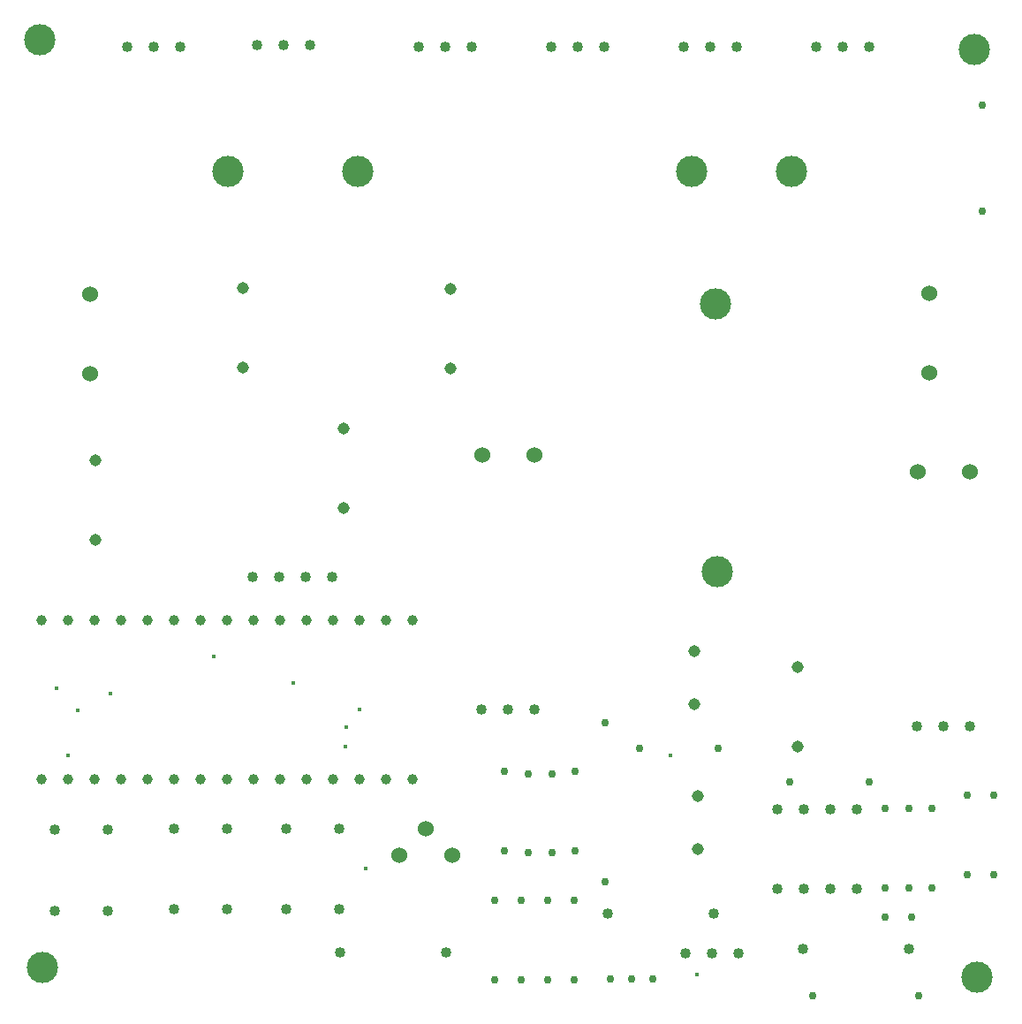
<source format=gbr>
G04 PROTEUS GERBER X2 FILE*
%TF.GenerationSoftware,Labcenter,Proteus,8.13-SP0-Build31525*%
%TF.CreationDate,2023-02-16T13:29:28+00:00*%
%TF.FileFunction,Plated,1,2,PTH*%
%TF.FilePolarity,Positive*%
%TF.Part,Single*%
%TF.SameCoordinates,{1a083b5a-91e7-4c28-9893-6f2ba5a781e2}*%
%FSLAX45Y45*%
%MOMM*%
G01*
%TA.AperFunction,ViaDrill*%
%ADD78C,0.381000*%
%TA.AperFunction,ComponentDrill*%
%ADD79C,1.016000*%
%TA.AperFunction,ComponentDrill*%
%ADD80C,1.524000*%
%ADD81C,1.143000*%
%ADD82C,3.000000*%
%TA.AperFunction,ComponentDrill*%
%ADD83C,2.997200*%
%TA.AperFunction,ComponentDrill*%
%ADD84C,0.762000*%
%TA.AperFunction,OtherDrill,Unknown*%
%ADD85C,2.997200*%
%TA.AperFunction,ComponentDrill*%
%ADD86C,1.000000*%
%TD.AperFunction*%
D78*
X-4254500Y-2349500D03*
X-2857500Y-1397000D03*
X-2095500Y-1651000D03*
X+1778000Y-4445000D03*
X-1460500Y-1905000D03*
X-3844842Y-1756174D03*
X-1583494Y-2074881D03*
X-4365402Y-1698601D03*
X-1590828Y-2261758D03*
X-4159250Y-1911350D03*
X-1397000Y-3429000D03*
X+1524000Y-2349500D03*
D79*
X+3429000Y+4445000D03*
X+3175000Y+4445000D03*
X+2921000Y+4445000D03*
X+2159000Y+4445000D03*
X+1905000Y+4445000D03*
X+1651000Y+4445000D03*
X+889000Y+4445000D03*
X+635000Y+4445000D03*
X+381000Y+4445000D03*
X-381000Y+4445000D03*
X-635000Y+4445000D03*
X-889000Y+4445000D03*
X-1930400Y+4457700D03*
X-2184400Y+4457700D03*
X-2438400Y+4457700D03*
X-3175000Y+4445000D03*
X-3429000Y+4445000D03*
X-3683000Y+4445000D03*
D80*
X+4000500Y+2082800D03*
X+4000500Y+1320800D03*
D79*
X+2546351Y-3625849D03*
X+2800351Y-3625849D03*
X+3054351Y-3625849D03*
X+3308351Y-3625849D03*
X+3308351Y-2863849D03*
X+3054351Y-2863849D03*
X+2800351Y-2863849D03*
X+2546351Y-2863849D03*
D81*
X+2743200Y-2260600D03*
X+2743200Y-1498600D03*
D82*
X+1955800Y+1981200D03*
X+1968500Y-584200D03*
D80*
X-4038600Y+2070100D03*
X-4038600Y+1308100D03*
D81*
X-3987800Y+482600D03*
X-3987800Y-279400D03*
D83*
X+2679700Y+3251200D03*
X-2717800Y+3251200D03*
X-1473200Y+3251200D03*
X+1727200Y+3251200D03*
D79*
X+3810000Y-4203700D03*
X+2794000Y-4203700D03*
D84*
X+3581400Y-3898900D03*
X+3835400Y-3898900D03*
X+3810000Y-2857500D03*
X+3810000Y-3613500D03*
X+3423000Y-2603500D03*
X+2667000Y-2603500D03*
X+3581400Y-3613500D03*
X+3581400Y-2857500D03*
D85*
X-4495800Y-4381500D03*
X+4457700Y-4470400D03*
D79*
X+4394200Y-2070100D03*
X+4140200Y-2070100D03*
X+3886200Y-2070100D03*
D80*
X+4394200Y+368300D03*
X+3893820Y+368300D03*
D79*
X+215900Y-1905000D03*
X-38100Y-1905000D03*
X-292100Y-1905000D03*
D80*
X+215900Y+533400D03*
X-284480Y+533400D03*
D85*
X-4521200Y+4508500D03*
X+4432300Y+4419600D03*
D81*
X-2578100Y+1371600D03*
X-2578100Y+2133600D03*
X-584200Y+1358900D03*
X-584200Y+2120900D03*
X-1612900Y+787400D03*
X-1612900Y+25400D03*
D86*
X-952500Y-1054100D03*
X-1206500Y-1054100D03*
X-1460500Y-1054100D03*
X-1714500Y-1054100D03*
X-1968500Y-1054100D03*
X-2222500Y-1054100D03*
X-2476500Y-1054100D03*
X-2730500Y-1054100D03*
X-2984500Y-1054100D03*
X-3238500Y-1054100D03*
X-3492500Y-1054100D03*
X-3746500Y-1054100D03*
X-4000500Y-1054100D03*
X-4254500Y-1054100D03*
X-4508500Y-1054100D03*
X-4508500Y-2578100D03*
X-4254500Y-2578100D03*
X-4000500Y-2578100D03*
X-3746500Y-2578100D03*
X-3492500Y-2578100D03*
X-3238500Y-2578100D03*
X-2984500Y-2578100D03*
X-2730500Y-2578100D03*
X-2476500Y-2578100D03*
X-2222500Y-2578100D03*
X-1968500Y-2578100D03*
X-1714500Y-2578100D03*
X-1460500Y-2578100D03*
X-1206500Y-2578100D03*
X-952500Y-2578100D03*
D80*
X-1079500Y-3302000D03*
X-571500Y-3302000D03*
X-825500Y-3048000D03*
D84*
X+4025900Y-3613500D03*
X+4025900Y-2857500D03*
X-68580Y-2501900D03*
X-68580Y-3257900D03*
X+4508500Y+3886200D03*
X+4508500Y+2870200D03*
X+2882900Y-4648200D03*
X+3898900Y-4648200D03*
X+1978660Y-2275840D03*
X+1222660Y-2275840D03*
X+160020Y-2520600D03*
X+160020Y-3276600D03*
X+4363914Y-3492501D03*
X+4617914Y-3492501D03*
X+4617914Y-2730501D03*
X+4363914Y-2730501D03*
D81*
X+1752600Y-1854200D03*
X+1752600Y-1346200D03*
D79*
X-4381500Y-3835400D03*
X-3873500Y-3835400D03*
X-3873500Y-3060700D03*
X-4381500Y-3060700D03*
X-3238500Y-3822700D03*
X-2730500Y-3822700D03*
X-2730500Y-3048000D03*
X-3238500Y-3048000D03*
X-2159000Y-3822700D03*
X-1651000Y-3822700D03*
X-1651000Y-3048000D03*
X-2159000Y-3048000D03*
D81*
X+1785620Y-2738120D03*
X+1785620Y-3246120D03*
D79*
X+1940560Y-3860800D03*
X+924560Y-3860800D03*
X-1645920Y-4231640D03*
X-629920Y-4231640D03*
X-1722120Y-637540D03*
X-1976120Y-637540D03*
X-2230120Y-637540D03*
X-2484120Y-637540D03*
D84*
X+388620Y-2520600D03*
X+388620Y-3276600D03*
X+607073Y-3257901D03*
X+607073Y-2501901D03*
X-160020Y-4495800D03*
X+93980Y-4495800D03*
X+347980Y-4495800D03*
X+601980Y-4495800D03*
X+601980Y-3733800D03*
X+347980Y-3733800D03*
X+93980Y-3733800D03*
X-160020Y-3733800D03*
X+949960Y-4490720D03*
X+1153160Y-4490720D03*
X+1356360Y-4490720D03*
D79*
X+2174240Y-4239260D03*
X+1920240Y-4239260D03*
X+1666240Y-4239260D03*
D84*
X+899160Y-2032000D03*
X+899160Y-3556000D03*
M02*

</source>
